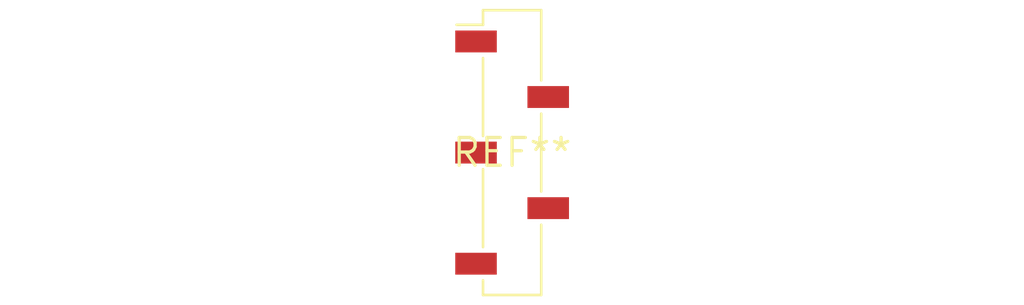
<source format=kicad_pcb>
(kicad_pcb (version 20240108) (generator pcbnew)
  (layers (0 "F.Cu" signal) (31 "B.Cu" signal) (34 "B.Paste" user) (35 "F.Paste" user) (36 "B.SilkS" user "B.Silkscreen") (37 "F.SilkS" user "F.Silkscreen") (38 "B.Mask" user) (39 "F.Mask" user) (44 "Edge.Cuts" user))
  (net 0 "")
  (footprint "PinSocket_1x05_P2.54mm_Vertical_SMD_Pin1Left" (layer "F.Cu") (at 0 0)
    (property "Reference" "REF**")
    (property "Value" "PinSocket_1x05_P2.54mm_Vertical_SMD_Pin1Left")
    (fp_line (start -2.54 -5.84) (end -1.33 -5.84) (layer "F.SilkS") (stroke (width 0.12)))
    (fp_line (start -1.33 -6.51) (end -1.33 -5.84) (layer "F.SilkS") (stroke (width 0.12)))
    (fp_line (start -1.33 -6.51) (end 1.33 -6.51) (layer "F.SilkS") (stroke (width 0.12)))
    (fp_line (start -1.33 -4.32) (end -1.33 -0.76) (layer "F.SilkS") (stroke (width 0.12)))
    (fp_line (start -1.33 0.76) (end -1.33 4.32) (layer "F.SilkS") (stroke (width 0.12)))
    (fp_line (start -1.33 5.84) (end -1.33 6.51) (layer "F.SilkS") (stroke (width 0.12)))
    (fp_line (start -1.33 6.51) (end 1.33 6.51) (layer "F.SilkS") (stroke (width 0.12)))
    (fp_line (start 1.33 -6.51) (end 1.33 -3.3) (layer "F.SilkS") (stroke (width 0.12)))
    (fp_line (start 1.33 -1.78) (end 1.33 1.78) (layer "F.SilkS") (stroke (width 0.12)))
    (fp_line (start 1.33 3.3) (end 1.33 6.51) (layer "F.SilkS") (stroke (width 0.12)))
    (pad "1" smd rect (at -1.65 -5.08) (size 1.9 1) (layers "F.Cu" "F.Paste" "F.Mask"))
    (pad "2" smd rect (at 1.65 -2.54) (size 1.9 1) (layers "F.Cu" "F.Paste" "F.Mask"))
    (pad "3" smd rect (at -1.65 0) (size 1.9 1) (layers "F.Cu" "F.Paste" "F.Mask"))
    (pad "4" smd rect (at 1.65 2.54) (size 1.9 1) (layers "F.Cu" "F.Paste" "F.Mask"))
    (pad "5" smd rect (at -1.65 5.08) (size 1.9 1) (layers "F.Cu" "F.Paste" "F.Mask"))
  )
)
</source>
